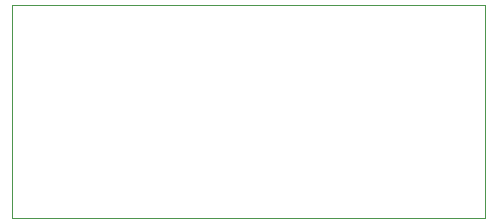
<source format=gbr>
%FSLAX46Y46*%
G04 Gerber Fmt 4.6, Leading zero omitted, Abs format (unit mm)*
G04 Created by KiCad (PCBNEW (2014-09-02 BZR 5112)-product) date 2014-11-08 5:57:07 PM*
%MOMM*%
G01*
G04 APERTURE LIST*
%ADD10C,0.150000*%
%ADD11C,0.100000*%
G04 APERTURE END LIST*
D10*
D11*
X138000000Y-83000000D02*
X98000000Y-83000000D01*
X138000000Y-101000000D02*
X138000000Y-83000000D01*
X98000000Y-101000000D02*
X138000000Y-101000000D01*
X98000000Y-83000000D02*
X98000000Y-101000000D01*
M02*

</source>
